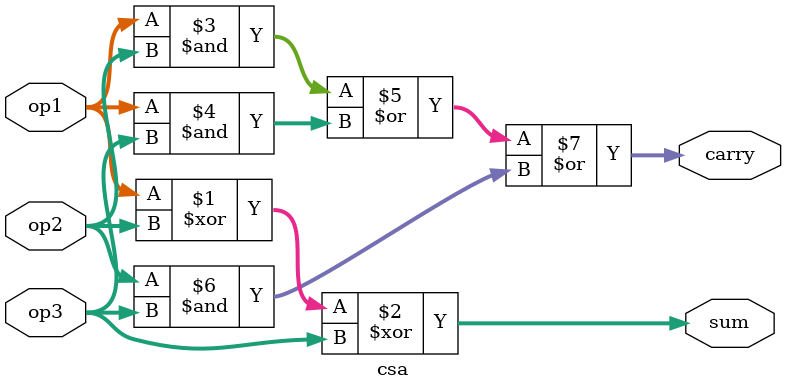
<source format=v>
module csa #(parameter WIDTH = 4) (
    input  [WIDTH-1:0] op1, // Số hạng 1
    input  [WIDTH-1:0] op2, // Số hạng 2
    input  [WIDTH-1:0] op3, // Số hạng 3
    output [WIDTH-1:0] sum,   // Vector Tổng (S)
    output [WIDTH-1:0] carry  // Vector Nhớ (C)
);
    // 1. Tính Sum: Là phép cộng không nhớ (XOR)
    assign sum   = op1 ^ op2 ^ op3;

    // 2. Tính Carry: Là khi có ít nhất 2 bit đầu vào là 1
    assign carry = (op1 & op2) | (op1 & op3) | (op2 & op3);
endmodule
</source>
